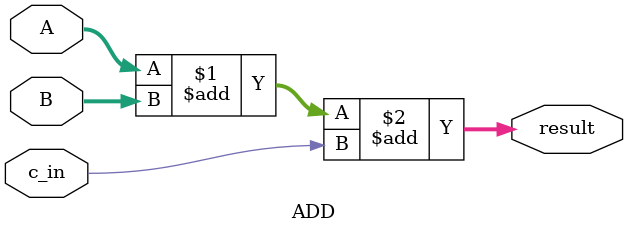
<source format=sv>
`timescale 1ns / 1ps


module ADD(
    input  [31:0] A,
    input  [31:0] B,
    input c_in,
    output  [31:0] result
    );  
    
    assign result = A + B + c_in;
    
endmodule

</source>
